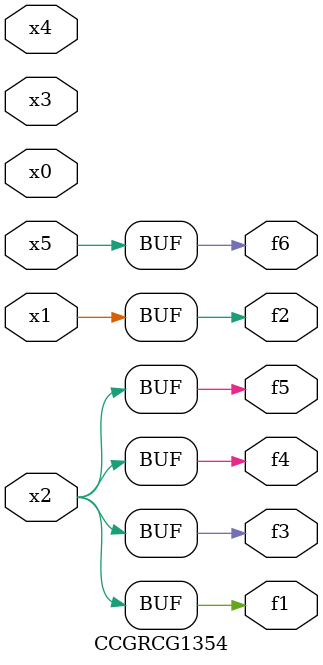
<source format=v>
module CCGRCG1354(
	input x0, x1, x2, x3, x4, x5,
	output f1, f2, f3, f4, f5, f6
);
	assign f1 = x2;
	assign f2 = x1;
	assign f3 = x2;
	assign f4 = x2;
	assign f5 = x2;
	assign f6 = x5;
endmodule

</source>
